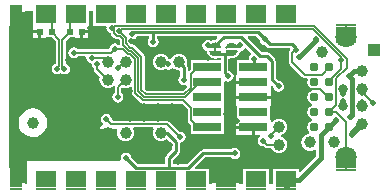
<source format=gbl>
G04*
G04 #@! TF.GenerationSoftware,Altium Limited,Altium Designer,20.1.14 (287)*
G04*
G04 Layer_Physical_Order=2*
G04 Layer_Color=16711680*
%FSLAX24Y24*%
%MOIN*%
G70*
G04*
G04 #@! TF.SameCoordinates,EC6BA951-EC3A-497E-BF03-96D7CE287269*
G04*
G04*
G04 #@! TF.FilePolarity,Positive*
G04*
G01*
G75*
%ADD10C,0.0098*%
%ADD12C,0.0079*%
%ADD13C,0.0060*%
%ADD14C,0.0050*%
%ADD22R,0.0236X0.0197*%
%ADD23C,0.0394*%
%ADD64C,0.0080*%
%ADD67C,0.0079*%
%ADD68C,0.0709*%
%ADD69R,0.0394X0.0394*%
%ADD71C,0.0100*%
%ADD72C,0.0057*%
%ADD73C,0.0150*%
%ADD74C,0.0200*%
%ADD76R,0.0990X0.0552*%
%ADD77R,0.0560X0.0570*%
%ADD78C,0.0390*%
%ADD79R,0.0709X0.0531*%
%ADD80R,0.0709X0.0098*%
%ADD81R,0.0440X0.0098*%
%ADD82R,0.0440X0.0531*%
%ADD83C,0.0197*%
%ADD84C,0.0310*%
%ADD85C,0.0315*%
%ADD86R,0.0945X0.0299*%
%ADD87R,0.0770X0.0570*%
G36*
X4816Y2388D02*
X5242D01*
X5274Y2350D01*
X5268Y2320D01*
X5282Y2250D01*
X5321Y2191D01*
X5380Y2152D01*
X5405Y2147D01*
X5413Y2107D01*
X5436Y2072D01*
X5537Y1971D01*
X5537Y1971D01*
X5572Y1948D01*
X5613Y1940D01*
X5673D01*
X5720Y1893D01*
Y1770D01*
X5699Y1757D01*
X5671Y1751D01*
X5615Y1788D01*
X5545Y1802D01*
X5475Y1788D01*
X5416Y1749D01*
X5377Y1690D01*
X5363Y1620D01*
X5344Y1597D01*
X4323D01*
X4309Y1619D01*
X4250Y1658D01*
X4180Y1672D01*
X4110Y1658D01*
X4051Y1619D01*
X4012Y1560D01*
X3998Y1490D01*
X4012Y1420D01*
X4051Y1361D01*
X4110Y1322D01*
X4180Y1308D01*
X4250Y1322D01*
X4309Y1361D01*
X4323Y1383D01*
X4562D01*
X4603Y1333D01*
X4598Y1307D01*
X4612Y1238D01*
X4651Y1179D01*
X4710Y1139D01*
X4780Y1125D01*
X4782Y1126D01*
X4788Y1120D01*
X4802Y1050D01*
X4841Y991D01*
X4863Y977D01*
Y936D01*
X4871Y895D01*
X4894Y860D01*
X5059Y695D01*
X5045Y663D01*
X5036Y591D01*
X5045Y518D01*
X5073Y451D01*
X5118Y393D01*
X5175Y349D01*
X5243Y321D01*
X5315Y311D01*
X5387Y321D01*
X5455Y349D01*
X5502Y385D01*
X5540Y368D01*
X5548Y360D01*
X5543Y335D01*
Y148D01*
X5522Y134D01*
X5482Y75D01*
X5468Y5D01*
X5482Y-65D01*
X5522Y-124D01*
X5581Y-163D01*
X5650Y-177D01*
X5720Y-163D01*
X5779Y-124D01*
X5818Y-65D01*
X5832Y5D01*
X5818Y75D01*
X5779Y134D01*
X5757Y148D01*
Y291D01*
X5801Y334D01*
X5833Y321D01*
X5906Y311D01*
X5978Y321D01*
X6045Y349D01*
X6079Y375D01*
X6129Y350D01*
Y155D01*
X6137Y114D01*
X6161Y79D01*
X6416Y-176D01*
X6416Y-176D01*
X6450Y-199D01*
X6491Y-207D01*
X6491Y-207D01*
X7781D01*
X7978Y-404D01*
Y-765D01*
X7986Y-806D01*
X8009Y-841D01*
X8080Y-911D01*
Y-1230D01*
X9185D01*
Y-780D01*
X9185Y-770D01*
X9185D01*
Y-730D01*
X9185D01*
Y-280D01*
X9185Y-270D01*
X9185D01*
Y-230D01*
X9185D01*
Y230D01*
X9185Y230D01*
Y270D01*
X9185D01*
X9185Y280D01*
Y522D01*
X9235Y549D01*
X9260Y532D01*
X9330Y518D01*
X9400Y532D01*
X9459Y571D01*
X9498Y630D01*
X9512Y700D01*
X9498Y770D01*
X9459Y829D01*
X9400Y868D01*
X9337Y880D01*
Y1263D01*
X9344Y1273D01*
X9387Y1303D01*
X9440Y1296D01*
X9472Y1300D01*
X9475Y1300D01*
X9486Y1302D01*
X9514Y1306D01*
X9584Y1334D01*
X9643Y1380D01*
X9689Y1440D01*
X9718Y1509D01*
X9718Y1512D01*
X9741Y1552D01*
X9790Y1562D01*
X9849Y1601D01*
X9877Y1644D01*
X9934Y1657D01*
X10096Y1495D01*
X10090Y1431D01*
X10071Y1419D01*
X10032Y1360D01*
X10018Y1290D01*
X10022Y1268D01*
X9991Y1230D01*
X9615D01*
Y791D01*
X9595Y750D01*
X9595D01*
X9595Y750D01*
Y550D01*
X10168D01*
Y450D01*
X9595D01*
Y300D01*
X9595Y250D01*
X9595Y200D01*
Y50D01*
X10168D01*
X10740D01*
Y200D01*
X10740Y250D01*
X10740Y300D01*
Y377D01*
X10786Y396D01*
X10825Y357D01*
X10838Y295D01*
X10877Y236D01*
X10936Y196D01*
X11006Y182D01*
X11075Y196D01*
X11134Y236D01*
X11174Y295D01*
X11188Y364D01*
X11174Y434D01*
X11134Y493D01*
X11075Y532D01*
X11013Y545D01*
X10913Y645D01*
Y1210D01*
X10902Y1261D01*
X10874Y1304D01*
X10704Y1474D01*
X10661Y1502D01*
X10610Y1513D01*
X10454D01*
X9975Y1991D01*
X9994Y2038D01*
X10266D01*
X10379Y1925D01*
X10392Y1860D01*
X10431Y1801D01*
X10490Y1762D01*
X10555Y1749D01*
X10617Y1687D01*
X10660Y1658D01*
X10710Y1648D01*
X11375D01*
X11395Y1598D01*
X11373Y1577D01*
X11347Y1537D01*
X11338Y1490D01*
Y1180D01*
X11347Y1133D01*
X11373Y1093D01*
X11798Y668D01*
X11838Y642D01*
X11885Y633D01*
X11950D01*
X11977Y583D01*
X11960Y500D01*
X11979Y408D01*
X12031Y331D01*
X12108Y279D01*
X12124Y275D01*
Y225D01*
X12108Y221D01*
X12031Y169D01*
X11979Y92D01*
X11960Y0D01*
X11979Y-92D01*
X12031Y-169D01*
X12108Y-221D01*
X12124Y-225D01*
Y-275D01*
X12108Y-279D01*
X12031Y-331D01*
X11979Y-408D01*
X11960Y-500D01*
X11979Y-592D01*
X12031Y-669D01*
X12108Y-721D01*
X12124Y-725D01*
Y-775D01*
X12108Y-779D01*
X12031Y-831D01*
X11979Y-908D01*
X11960Y-1000D01*
X11979Y-1092D01*
X12028Y-1165D01*
X12023Y-1189D01*
X12012Y-1217D01*
X11976Y-1222D01*
X11906Y-1251D01*
X11847Y-1297D01*
X11801Y-1356D01*
X11772Y-1426D01*
X11763Y-1500D01*
X11772Y-1574D01*
X11801Y-1644D01*
X11847Y-1703D01*
X11906Y-1749D01*
X11976Y-1778D01*
X12050Y-1787D01*
X12124Y-1778D01*
X12194Y-1749D01*
X12212Y-1735D01*
X12262Y-1760D01*
Y-1965D01*
X11731Y-2496D01*
X11684Y-2477D01*
Y-2388D01*
X10816D01*
Y-2872D01*
X10684D01*
Y-2388D01*
X9816D01*
Y-2872D01*
X9704D01*
Y-2784D01*
X8796D01*
Y-2872D01*
X8684D01*
Y-2388D01*
X8235D01*
X8216Y-2342D01*
X8555Y-2003D01*
X9427D01*
X9480Y-2038D01*
X9550Y-2052D01*
X9620Y-2038D01*
X9679Y-1999D01*
X9718Y-1940D01*
X9732Y-1870D01*
X9718Y-1800D01*
X9679Y-1741D01*
X9620Y-1702D01*
X9550Y-1688D01*
X9480Y-1702D01*
X9427Y-1737D01*
X8501D01*
X8450Y-1748D01*
X8407Y-1776D01*
X7947Y-2236D01*
X7503D01*
Y-2071D01*
X7694Y-1880D01*
X7722Y-1837D01*
X7733Y-1786D01*
Y-1505D01*
X7798Y-1492D01*
X7857Y-1453D01*
X7897Y-1394D01*
X7911Y-1324D01*
X7897Y-1254D01*
X7857Y-1195D01*
X7798Y-1156D01*
X7729Y-1142D01*
X7707Y-1146D01*
X7369Y-807D01*
X7333Y-783D01*
X7290Y-775D01*
X5490D01*
X5450Y-737D01*
X5436Y-667D01*
X5397Y-608D01*
X5338Y-569D01*
X5268Y-555D01*
X5199Y-569D01*
X5140Y-608D01*
X5100Y-667D01*
X5087Y-737D01*
X5100Y-806D01*
X5140Y-865D01*
X5152Y-873D01*
X5155Y-886D01*
X5151Y-933D01*
X5103Y-969D01*
X5056Y-1031D01*
X5026Y-1104D01*
X5022Y-1131D01*
X5315D01*
Y-1181D01*
X5365D01*
Y-1474D01*
X5392Y-1470D01*
X5465Y-1440D01*
X5527Y-1393D01*
X5574Y-1331D01*
X5594Y-1283D01*
X5648Y-1283D01*
X5664Y-1321D01*
X5708Y-1379D01*
X5766Y-1423D01*
X5833Y-1451D01*
X5906Y-1460D01*
X5978Y-1451D01*
X6045Y-1423D01*
X6103Y-1379D01*
X6147Y-1321D01*
X6175Y-1253D01*
X6185Y-1181D01*
X6175Y-1109D01*
X6149Y-1046D01*
X6156Y-1027D01*
X6176Y-996D01*
X6823D01*
X6829Y-1009D01*
X6843Y-1046D01*
X6817Y-1109D01*
X6807Y-1181D01*
X6817Y-1253D01*
X6845Y-1321D01*
X6889Y-1379D01*
X6947Y-1423D01*
X7014Y-1451D01*
X7087Y-1460D01*
X7159Y-1451D01*
X7226Y-1423D01*
X7284Y-1379D01*
X7291Y-1378D01*
X7467Y-1555D01*
Y-1731D01*
X7276Y-1922D01*
X7248Y-1965D01*
X7237Y-2016D01*
Y-2236D01*
X6323D01*
X6101Y-2013D01*
X6088Y-1950D01*
X6049Y-1891D01*
X5990Y-1852D01*
X5920Y-1838D01*
X5850Y-1852D01*
X5791Y-1891D01*
X5752Y-1950D01*
X5738Y-2020D01*
X5748Y-2068D01*
X5716Y-2118D01*
X2634D01*
Y-2872D01*
X2570D01*
Y-2784D01*
X2250D01*
Y-2734D01*
X2200D01*
Y-2368D01*
X2030D01*
Y2368D01*
X2200D01*
Y2734D01*
X2250D01*
Y2784D01*
X2570D01*
Y2870D01*
X2816D01*
Y2388D01*
X2835Y2388D01*
Y2240D01*
X3053D01*
Y2190D01*
X3103D01*
Y1992D01*
X3271D01*
Y2012D01*
X3454D01*
X3593Y1873D01*
Y1127D01*
X3550Y1118D01*
X3491Y1079D01*
X3452Y1020D01*
X3438Y950D01*
X3452Y880D01*
X3491Y821D01*
X3550Y782D01*
X3620Y768D01*
X3690Y782D01*
X3745Y819D01*
X3800Y782D01*
X3870Y768D01*
X3940Y782D01*
X3999Y821D01*
X4038Y880D01*
X4052Y950D01*
X4038Y1020D01*
X3999Y1079D01*
X3940Y1118D01*
X3907Y1125D01*
Y1873D01*
X4046Y2012D01*
X4229D01*
Y1992D01*
X4397D01*
Y2190D01*
X4447D01*
Y2240D01*
X4665D01*
Y2388D01*
X4684Y2388D01*
Y2870D01*
X4816D01*
Y2388D01*
D02*
G37*
G36*
X8971Y1991D02*
X8893Y1913D01*
X8826Y1904D01*
X8756Y1876D01*
X8755Y1875D01*
X8720Y1898D01*
X8650Y1912D01*
X8580Y1898D01*
X8521Y1859D01*
X8482Y1800D01*
X8468Y1730D01*
X8482Y1660D01*
X8521Y1601D01*
X8580Y1562D01*
X8623Y1553D01*
X8618Y1530D01*
X8624Y1502D01*
X8622Y1502D01*
X8622Y1499D01*
X8631Y1477D01*
X8639Y1458D01*
X8640Y1456D01*
X8641Y1454D01*
X8651Y1430D01*
X8697Y1370D01*
X8756Y1324D01*
X8826Y1296D01*
X8900Y1286D01*
X8974Y1296D01*
X9026Y1317D01*
X9072D01*
Y1230D01*
X8080D01*
Y914D01*
X8031Y866D01*
X7981Y887D01*
Y1000D01*
X7971Y1051D01*
X7943Y1094D01*
X7941Y1095D01*
X7947Y1109D01*
X7956Y1181D01*
X7947Y1253D01*
X7919Y1321D01*
X7875Y1379D01*
X7817Y1423D01*
X7749Y1451D01*
X7677Y1460D01*
X7605Y1451D01*
X7538Y1423D01*
X7480Y1379D01*
X7435Y1321D01*
X7415Y1271D01*
X7405Y1268D01*
X7346Y1280D01*
X7328Y1321D01*
X7284Y1379D01*
X7226Y1423D01*
X7159Y1451D01*
X7087Y1460D01*
X7014Y1451D01*
X6947Y1423D01*
X6889Y1379D01*
X6845Y1321D01*
X6817Y1253D01*
X6807Y1181D01*
X6817Y1109D01*
X6845Y1041D01*
X6889Y984D01*
X6947Y939D01*
X7014Y911D01*
X7087Y902D01*
X7159Y911D01*
X7226Y939D01*
X7239Y949D01*
X7266Y932D01*
X7335Y918D01*
X7405Y932D01*
X7464Y971D01*
X7515Y957D01*
X7538Y939D01*
X7605Y911D01*
X7677Y902D01*
X7680Y902D01*
X7718Y869D01*
Y709D01*
X7682Y655D01*
X7668Y585D01*
X7682Y516D01*
X7721Y457D01*
X7780Y417D01*
X7850Y404D01*
X7912Y416D01*
X7936Y405D01*
X7962Y387D01*
X7965Y358D01*
X7814Y207D01*
X6619D01*
X6543Y282D01*
Y1359D01*
X6535Y1400D01*
X6512Y1435D01*
X6211Y1736D01*
X6176Y1759D01*
X6135Y1767D01*
X6114D01*
X6034Y1848D01*
Y1918D01*
X6084Y1948D01*
X6135Y1938D01*
X6205Y1952D01*
X6264Y1991D01*
X6295Y2038D01*
X6698D01*
Y1974D01*
X6662Y1920D01*
X6648Y1850D01*
X6662Y1780D01*
X6701Y1721D01*
X6760Y1682D01*
X6830Y1668D01*
X6900Y1682D01*
X6959Y1721D01*
X6998Y1780D01*
X7012Y1850D01*
X6998Y1920D01*
X6962Y1974D01*
Y2038D01*
X8952D01*
X8971Y1991D01*
D02*
G37*
G36*
X8976Y1815D02*
X9015Y1792D01*
X9038Y1771D01*
X9067Y1742D01*
X9084Y1717D01*
X9099Y1670D01*
X9070Y1640D01*
X8731Y1640D01*
X8710Y1652D01*
X8703Y1672D01*
X8715Y1712D01*
X8738Y1748D01*
X8770Y1781D01*
X8824Y1814D01*
X8852Y1824D01*
X8939Y1826D01*
X8976Y1815D01*
D02*
G37*
G36*
X9516Y1805D02*
X9555Y1782D01*
X9578Y1761D01*
X9607Y1732D01*
X9624Y1707D01*
X9639Y1660D01*
X9610Y1630D01*
X9271Y1630D01*
X9250Y1642D01*
X9243Y1662D01*
X9255Y1702D01*
X9278Y1738D01*
X9310Y1771D01*
X9364Y1804D01*
X9392Y1814D01*
X9479Y1816D01*
X9516Y1805D01*
D02*
G37*
G36*
X9609Y1570D02*
X9630Y1558D01*
X9637Y1538D01*
X9625Y1498D01*
X9602Y1462D01*
X9570Y1429D01*
X9516Y1396D01*
X9488Y1386D01*
X9401Y1384D01*
X9364Y1395D01*
X9325Y1418D01*
X9302Y1439D01*
X9273Y1468D01*
X9256Y1493D01*
X9241Y1540D01*
X9270Y1570D01*
X9609Y1570D01*
D02*
G37*
G36*
X9090Y1548D02*
X9097Y1528D01*
X9085Y1488D01*
X9062Y1452D01*
X9030Y1419D01*
X8976Y1386D01*
X8948Y1376D01*
X8861Y1374D01*
X8824Y1385D01*
X8785Y1408D01*
X8762Y1429D01*
X8733Y1458D01*
X8716Y1483D01*
X8701Y1530D01*
X8730Y1560D01*
X9069Y1560D01*
X9090Y1548D01*
D02*
G37*
%LPC*%
G36*
X2570Y2684D02*
X2300D01*
Y2368D01*
X2570D01*
Y2684D01*
D02*
G37*
G36*
X4665Y2140D02*
X4497D01*
Y1992D01*
X4665D01*
Y2140D01*
D02*
G37*
G36*
X3003Y2140D02*
X2835D01*
Y1992D01*
X3003D01*
Y2140D01*
D02*
G37*
G36*
X10118Y-1050D02*
X9595D01*
Y-1250D01*
X10118D01*
Y-1050D01*
D02*
G37*
G36*
X2820Y-370D02*
X2696Y-387D01*
X2580Y-435D01*
X2481Y-511D01*
X2404Y-610D01*
X2357Y-726D01*
X2340Y-850D01*
X2357Y-974D01*
X2404Y-1090D01*
X2481Y-1189D01*
X2580Y-1266D01*
X2696Y-1313D01*
X2820Y-1330D01*
X2944Y-1313D01*
X3060Y-1266D01*
X3159Y-1189D01*
X3235Y-1090D01*
X3283Y-974D01*
X3300Y-850D01*
X3283Y-726D01*
X3235Y-610D01*
X3159Y-511D01*
X3060Y-435D01*
X2944Y-387D01*
X2820Y-370D01*
D02*
G37*
G36*
X5265Y-1231D02*
X5022D01*
X5026Y-1259D01*
X5056Y-1331D01*
X5103Y-1393D01*
X5165Y-1440D01*
X5237Y-1470D01*
X5265Y-1474D01*
Y-1231D01*
D02*
G37*
G36*
X10740Y-50D02*
X10168D01*
X9595D01*
X9595Y-250D01*
X9615Y-291D01*
X9615Y-300D01*
X9615Y-709D01*
X9595Y-750D01*
X9595Y-771D01*
Y-950D01*
X10168D01*
Y-1000D01*
X10218D01*
Y-1250D01*
X10374D01*
X10389Y-1300D01*
X10371Y-1311D01*
X10332Y-1370D01*
X10318Y-1440D01*
X10332Y-1510D01*
X10371Y-1569D01*
X10430Y-1608D01*
X10500Y-1622D01*
X10525Y-1617D01*
X10559Y-1650D01*
X10594Y-1674D01*
X10635Y-1682D01*
X10768D01*
X10782Y-1714D01*
X10826Y-1772D01*
X10884Y-1817D01*
X10951Y-1845D01*
X11024Y-1854D01*
X11096Y-1845D01*
X11163Y-1817D01*
X11221Y-1772D01*
X11265Y-1714D01*
X11293Y-1647D01*
X11303Y-1575D01*
X11293Y-1503D01*
X11265Y-1435D01*
X11221Y-1377D01*
X11163Y-1333D01*
X11096Y-1305D01*
X11093Y-1305D01*
Y-1254D01*
X11096Y-1254D01*
X11163Y-1226D01*
X11221Y-1182D01*
X11265Y-1124D01*
X11293Y-1057D01*
X11303Y-984D01*
X11293Y-912D01*
X11265Y-845D01*
X11221Y-787D01*
X11163Y-742D01*
X11096Y-715D01*
X11024Y-705D01*
X10951Y-715D01*
X10884Y-742D01*
X10826Y-787D01*
X10790Y-834D01*
X10742Y-822D01*
X10740Y-821D01*
X10740Y-750D01*
X10720Y-709D01*
X10720Y-700D01*
X10720Y-291D01*
X10740Y-250D01*
X10740Y-229D01*
Y-50D01*
D02*
G37*
G36*
X9704Y-2368D02*
X9300D01*
Y-2684D01*
X9704D01*
Y-2368D01*
D02*
G37*
G36*
X9200D02*
X8796D01*
Y-2684D01*
X9200D01*
Y-2368D01*
D02*
G37*
G36*
X2570D02*
X2300D01*
Y-2684D01*
X2570D01*
Y-2368D01*
D02*
G37*
%LPD*%
D10*
X6184Y2169D02*
X6840D01*
X6135Y2120D02*
X6184Y2169D01*
X7335Y1100D02*
X7335Y1100D01*
X7750Y1100D02*
X7850Y1000D01*
Y585D02*
Y1000D01*
X6830Y1850D02*
Y2159D01*
X6840Y2169D01*
X10321D02*
X10560Y1930D01*
X6840Y2169D02*
X10321D01*
X11450Y1780D02*
X11600Y1630D01*
X10710Y1780D02*
X11450D01*
X10560Y1930D02*
X10710Y1780D01*
D12*
X13810Y150D02*
X14160Y-200D01*
X14190D01*
D13*
X9069Y1670D02*
G03*
X8730Y1670I-170J-44D01*
G01*
Y1530D02*
G03*
X9069Y1530I170J44D01*
G01*
X9475Y1412D02*
G03*
X9610Y1540I-35J172D01*
G01*
Y1660D02*
G03*
X9579Y1723I-170J-44D01*
G01*
D02*
G03*
X9270Y1660I-139J-106D01*
G01*
Y1540D02*
G03*
X9327Y1449I170J44D01*
G01*
D02*
G03*
X9475Y1412I113J134D01*
G01*
D14*
X12930Y-270D02*
Y640D01*
X12700Y-500D02*
X12930Y-270D01*
X12650Y504D02*
X13090Y944D01*
X13250Y-2000D02*
Y-820D01*
X12930Y-500D02*
X13250Y-820D01*
X12700Y-500D02*
X12930D01*
X13250Y-2189D02*
Y-2000D01*
Y-2366D02*
Y-2189D01*
X12930Y640D02*
X13285Y995D01*
X5415Y1490D02*
X5545Y1620D01*
X4180Y1490D02*
X5415D01*
X5987Y1460D02*
X6053D01*
X5827Y1620D02*
X5987Y1460D01*
X5545Y1620D02*
X5827D01*
X6135Y1520D02*
X6336Y1318D01*
X6028Y1560D02*
X6094D01*
X6135Y1520D01*
X5827Y1762D02*
X6028Y1560D01*
X5827Y1762D02*
Y1937D01*
X5717Y2047D02*
X5827Y1937D01*
X5613Y2047D02*
X5717D01*
X5927Y1803D02*
Y1978D01*
X5685Y2220D02*
X5927Y1978D01*
Y1803D02*
X6070Y1660D01*
X6135D01*
X6436Y1359D01*
X4780Y1307D02*
X5189D01*
X5315Y1181D01*
X4970Y936D02*
Y1120D01*
Y936D02*
X5315Y591D01*
X7825Y-100D02*
X8085Y-360D01*
X7900Y0D02*
X8400Y500D01*
X7859Y100D02*
X8085Y326D01*
X3620Y950D02*
X3700Y1030D01*
X3800Y1020D02*
X3870Y950D01*
X8317Y1000D02*
X8590D01*
X8085Y768D02*
X8317Y1000D01*
X8085Y326D02*
Y768D01*
X8400Y500D02*
X8632D01*
X8320Y-1000D02*
X8632D01*
X8085Y-765D02*
X8320Y-1000D01*
X8085Y-765D02*
Y-360D01*
X13250Y2220D02*
Y2366D01*
X13285Y995D02*
Y1295D01*
X12186Y2394D02*
X13285Y1295D01*
X13090Y944D02*
Y1230D01*
X12145Y2294D02*
X13090Y1349D01*
Y1230D02*
Y1349D01*
X6491Y-100D02*
X7825D01*
X6533Y0D02*
X7900D01*
X6236Y155D02*
X6491Y-100D01*
X6236Y155D02*
Y1276D01*
X6336Y196D02*
X6533Y0D01*
X6436Y238D02*
Y1359D01*
Y238D02*
X6574Y100D01*
X7859D01*
X3700Y1030D02*
Y1917D01*
X3447Y2170D02*
X3700Y1917D01*
X3250Y3000D02*
X3447Y2803D01*
Y2170D02*
Y2803D01*
X3800Y1020D02*
Y1917D01*
X4053Y2170D01*
Y2803D01*
X4250Y3000D01*
X5652Y975D02*
X5777Y1100D01*
X6050D01*
X5650Y335D02*
X5906Y591D01*
X5650Y5D02*
Y335D01*
X6336Y196D02*
Y1318D01*
X6053Y1460D02*
X6236Y1276D01*
X5450Y2320D02*
X5523Y2394D01*
X12186D01*
X5512Y2148D02*
X5613Y2047D01*
X5450Y2320D02*
X5512Y2258D01*
Y2148D02*
Y2258D01*
X5685Y2220D02*
X5759Y2294D01*
X12145D01*
X10740Y-1280D02*
Y-1268D01*
X11024Y-984D01*
X10635Y-1575D02*
X11024D01*
X10500Y-1440D02*
X10635Y-1575D01*
D22*
X4053Y2190D02*
D03*
X4447D02*
D03*
X3053D02*
D03*
X3447D02*
D03*
D23*
X7677Y1181D02*
D03*
X5906Y-1181D02*
D03*
Y591D02*
D03*
Y1181D02*
D03*
X5315D02*
D03*
Y591D02*
D03*
X7087Y-1181D02*
D03*
X13780Y-886D02*
D03*
Y-295D02*
D03*
Y295D02*
D03*
X11024Y-1575D02*
D03*
X2820Y-850D02*
D03*
X11024Y-984D02*
D03*
X7087Y1181D02*
D03*
X5315Y-1181D02*
D03*
X13780Y886D02*
D03*
D64*
X11460Y1180D02*
X11885Y755D01*
X11460Y1180D02*
Y1490D01*
X12455Y755D02*
X12700Y1000D01*
X11885Y755D02*
X12455D01*
X8900Y1467D02*
Y1733D01*
X11460Y1490D02*
X11600Y1630D01*
D67*
X8900Y1467D02*
D03*
Y1733D02*
D03*
X9440Y1477D02*
D03*
Y1723D02*
D03*
D68*
X13250Y2000D02*
D03*
Y-2000D02*
D03*
D03*
Y2000D02*
D03*
D69*
X14173Y1575D02*
D03*
D71*
X10098Y1000D02*
X10200Y1102D01*
X8002Y-2368D02*
X8501Y-1870D01*
X10200Y1102D02*
Y1290D01*
X8501Y-1870D02*
X9550D01*
X7087Y-1181D02*
X7281D01*
X7600Y-1500D01*
Y-1786D02*
Y-1500D01*
X7370Y-2016D02*
X7600Y-1786D01*
X7370Y-2368D02*
Y-2016D01*
Y-2368D02*
X8002D01*
X5920Y-2020D02*
X6269Y-2368D01*
X7370D01*
X9205Y825D02*
X9330Y700D01*
X9198Y1449D02*
X9205Y1442D01*
Y825D02*
Y1442D01*
X9713Y1723D02*
X9720Y1730D01*
X9460Y1723D02*
X9713D01*
X9412Y1449D02*
X9440Y1477D01*
X9198Y1449D02*
X9327D01*
X9412D01*
X8900D02*
X9198D01*
X8897Y1730D02*
X8900Y1733D01*
X8650Y1730D02*
X8897D01*
X9187Y2020D02*
X9759D01*
X10399Y1380D02*
X10610D01*
X10780Y1210D01*
Y590D02*
Y1210D01*
X8900Y1733D02*
X9187Y2020D01*
X9759D02*
X10399Y1380D01*
X10780Y590D02*
X11006Y364D01*
D72*
X5417Y-886D02*
X7290D01*
X5268Y-737D02*
X5417Y-886D01*
X11630Y-30D02*
X11926Y266D01*
X12387D02*
X12650Y4D01*
X11926Y266D02*
X12387D01*
X7290Y-886D02*
X7729Y-1324D01*
D73*
X13386Y-650D02*
X13455Y-581D01*
Y615D01*
X13350Y720D02*
X13455Y615D01*
X12420Y-2030D02*
Y-1261D01*
X12933Y-748D01*
X11700Y1350D02*
X12250Y1900D01*
X11490Y-2760D02*
X11690D01*
X11250Y-3000D02*
X11490Y-2760D01*
X11690D02*
X12420Y-2030D01*
X12250Y1900D02*
Y1930D01*
X13350Y720D02*
X13516Y886D01*
X13780D01*
D74*
X13440Y-1225D02*
X13780Y-886D01*
X13440Y-1240D02*
Y-1225D01*
D76*
X9255Y-2596D02*
D03*
D77*
X2310Y-2585D02*
D03*
Y2585D02*
D03*
D78*
X12850Y-1500D02*
D03*
X12050D02*
D03*
X12450Y1500D02*
D03*
D79*
X10250Y-2734D02*
D03*
X11250D02*
D03*
X9250D02*
D03*
X5250D02*
D03*
X4250D02*
D03*
X3250D02*
D03*
X5250Y2734D02*
D03*
X8250Y-2734D02*
D03*
X7250D02*
D03*
X6250Y2734D02*
D03*
X7250D02*
D03*
X8250D02*
D03*
X9250D02*
D03*
X10250D02*
D03*
X11250D02*
D03*
X3250D02*
D03*
X4250D02*
D03*
X6250Y-2734D02*
D03*
X13250Y-2081D02*
D03*
Y2081D02*
D03*
D80*
X10250Y-3050D02*
D03*
X11250D02*
D03*
X9250D02*
D03*
X5250D02*
D03*
X4250D02*
D03*
X3250D02*
D03*
X5250Y3050D02*
D03*
X8250Y-3050D02*
D03*
X7250D02*
D03*
X6250Y3050D02*
D03*
X7250D02*
D03*
X8250D02*
D03*
X9250D02*
D03*
X10250D02*
D03*
X11250D02*
D03*
X3250D02*
D03*
X4250D02*
D03*
X6250Y-3050D02*
D03*
X13250Y-2416D02*
D03*
Y2416D02*
D03*
D81*
X2250Y-3050D02*
D03*
Y3050D02*
D03*
D82*
Y-2734D02*
D03*
Y2734D02*
D03*
D83*
X4038Y-795D02*
D03*
X4289Y-910D02*
D03*
X11006Y364D02*
D03*
X13386Y-650D02*
D03*
X12933Y-748D02*
D03*
X13440Y-1240D02*
D03*
X13780Y150D02*
D03*
X14150Y-200D02*
D03*
X13780Y-150D02*
D03*
X5545Y1620D02*
D03*
X6135Y2120D02*
D03*
X5090Y1875D02*
D03*
X4780Y1307D02*
D03*
X4180Y1490D02*
D03*
X4970Y1120D02*
D03*
X4660Y870D02*
D03*
X4656Y-896D02*
D03*
X5652Y975D02*
D03*
X5968Y-1100D02*
D03*
X7850Y585D02*
D03*
X7335Y1100D02*
D03*
X7660Y-2170D02*
D03*
X8140Y1330D02*
D03*
X10200Y1290D02*
D03*
X11230Y720D02*
D03*
X9180Y-2100D02*
D03*
X8670Y-2250D02*
D03*
X9550Y-1870D02*
D03*
X9610Y-800D02*
D03*
X9540Y-1590D02*
D03*
X2140Y-380D02*
D03*
Y-2210D02*
D03*
Y2350D02*
D03*
X2130Y780D02*
D03*
X4730Y2320D02*
D03*
X4190Y1830D02*
D03*
X3870Y950D02*
D03*
X3620D02*
D03*
X5450Y2320D02*
D03*
X4290Y1080D02*
D03*
X5685Y2220D02*
D03*
X4180Y495D02*
D03*
X4170Y70D02*
D03*
X5268Y-737D02*
D03*
X7729Y-1324D02*
D03*
X11630Y-30D02*
D03*
X13350Y720D02*
D03*
X11700Y1350D02*
D03*
X9260Y-544D02*
D03*
X6100Y1875D02*
D03*
X6470Y-1880D02*
D03*
X5632Y-1855D02*
D03*
X6830Y1850D02*
D03*
X9870Y1470D02*
D03*
X11120Y-560D02*
D03*
X11680Y-1320D02*
D03*
X11600Y1590D02*
D03*
X11250Y430D02*
D03*
X10640Y-1920D02*
D03*
X11910Y-2160D02*
D03*
X11290Y-2090D02*
D03*
X10210Y-1860D02*
D03*
X9760Y-2260D02*
D03*
X7160Y1950D02*
D03*
X13090Y1230D02*
D03*
X3420Y-500D02*
D03*
X2650Y2760D02*
D03*
X2700Y1200D02*
D03*
Y-200D02*
D03*
Y-1400D02*
D03*
X2420Y-2208D02*
D03*
X3330Y-1400D02*
D03*
X5650Y5D02*
D03*
X12250Y1930D02*
D03*
X7390Y-1590D02*
D03*
X5920Y-2020D02*
D03*
X2180Y-1430D02*
D03*
X10740Y-1280D02*
D03*
X3130Y870D02*
D03*
X3110Y1390D02*
D03*
X4000Y1240D02*
D03*
X10500Y-1440D02*
D03*
X7459Y-709D02*
D03*
X6986D02*
D03*
X6514D02*
D03*
X6041Y-709D02*
D03*
X7459Y-300D02*
D03*
X6986D02*
D03*
X6514D02*
D03*
X6041D02*
D03*
X7459Y300D02*
D03*
X6986D02*
D03*
X6650D02*
D03*
X7459Y709D02*
D03*
X6986D02*
D03*
X6650D02*
D03*
X6041Y200D02*
D03*
X9330Y700D02*
D03*
X9720Y1730D02*
D03*
X8670Y1300D02*
D03*
X8650Y1730D02*
D03*
X13169Y-128D02*
D03*
Y128D02*
D03*
X10560Y1930D02*
D03*
X10340Y1740D02*
D03*
D84*
X12200Y1000D02*
D03*
Y500D02*
D03*
Y0D02*
D03*
Y-500D02*
D03*
Y-1000D02*
D03*
X12700D02*
D03*
Y-500D02*
D03*
Y0D02*
D03*
Y500D02*
D03*
Y1000D02*
D03*
D85*
X13169Y-295D02*
D03*
Y295D02*
D03*
D86*
X8632Y1000D02*
D03*
Y500D02*
D03*
Y0D02*
D03*
Y-500D02*
D03*
Y-1000D02*
D03*
X10168Y1000D02*
D03*
Y500D02*
D03*
Y0D02*
D03*
Y-500D02*
D03*
Y-1000D02*
D03*
D87*
X5265Y-1305D02*
D03*
M02*

</source>
